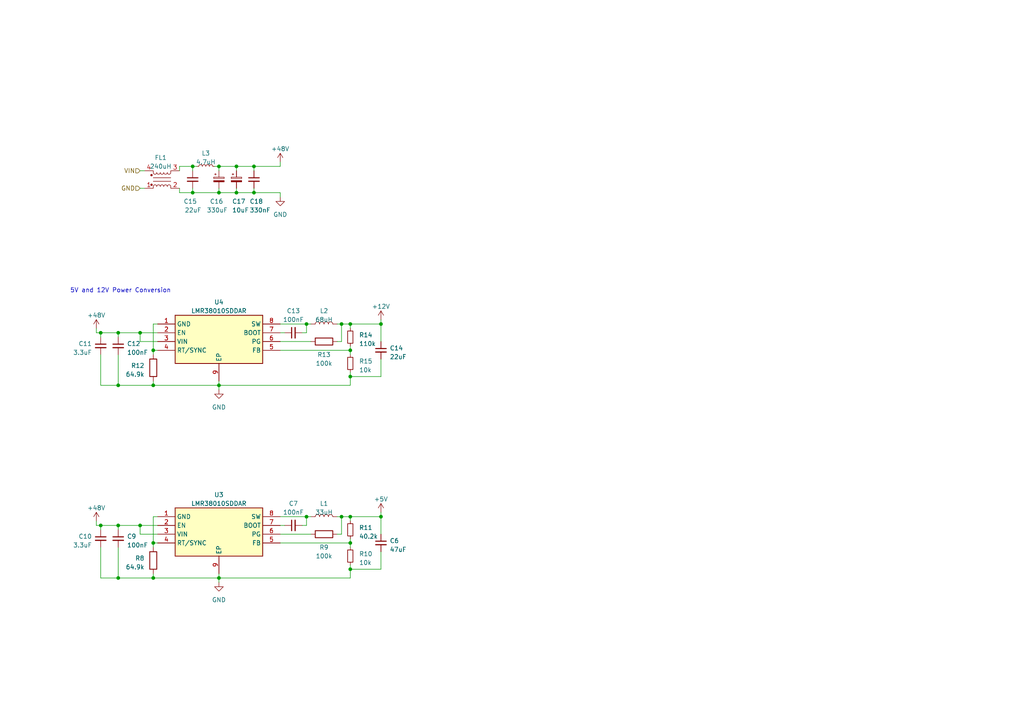
<source format=kicad_sch>
(kicad_sch (version 20230121) (generator eeschema)
  (paper "A4")
  (lib_symbols
    (symbol "Device:C_Polarized_Small" (pin_numbers hide) (pin_names (offset 0.254) hide)
      (property "Reference" "C" (at 0.254 1.778 0))
      (property "Value" "C_Polarized_Small" (at 0.254 -2.032 0))
      (symbol "C_Polarized_Small_0_1"
        (rectangle (start -1.524 -0.3048) (end 1.524 -0.6858) (fill (type outline)))
        (rectangle (start -1.524 0.6858) (end 1.524 0.3048))
        (polyline (pts (xy -1.27 1.524) (xy -0.762 1.524)))
        (polyline (pts (xy -1.016 1.27) (xy -1.016 1.778)))
      )
      (symbol "C_Polarized_Small_1_1"
        (pin passive line (at 0 2.54 270) (length 1.8542) (name "~") (number "1"))
        (pin passive line (at 0 -2.54 90) (length 1.8542) (name "~") (number "2"))
      )
    )
    (symbol "Device:C_Small" (pin_numbers hide) (pin_names (offset 0.254) hide)
      (property "Reference" "C" (at 0.254 1.778 0))
      (property "Value" "C_Small" (at 0.254 -2.032 0))
      (symbol "C_Small_0_1"
        (polyline (pts (xy -1.524 -0.508) (xy 1.524 -0.508)) (stroke (width 0.3302)))
        (polyline (pts (xy -1.524 0.508) (xy 1.524 0.508)) (stroke (width 0.3048)))
      )
      (symbol "C_Small_1_1"
        (pin passive line (at 0 2.54 270) (length 2.032) (name "~") (number "1"))
        (pin passive line (at 0 -2.54 90) (length 2.032) (name "~") (number "2"))
      )
    )
    (symbol "Device:Filter_EMI_CommonMode" (pin_names (offset 0.254) hide)
      (property "Reference" "FL1" (at -0.381 6.35 0))
      (property "Value" "240uH" (at -0.381 3.81 0))
      (symbol "Filter_EMI_CommonMode_0_1"
        (circle (center -3.048 -1.27) (radius 0.254) (fill (type outline)))
        (circle (center -3.048 1.524) (radius 0.254) (fill (type outline)))
        (arc (start -2.54 2.032) (mid -2.032 1.5262) (end -1.524 2.032))
        (arc (start -1.524 -2.032) (mid -2.032 -1.5262) (end -2.54 -2.032))
        (arc (start -1.524 2.032) (mid -1.016 1.5262) (end -0.508 2.032))
        (arc (start -0.508 -2.032) (mid -1.016 -1.5262) (end -1.524 -2.032))
        (arc (start -0.508 2.032) (mid 0 1.5262) (end 0.508 2.032))
        (polyline (pts (xy -2.54 -2.032) (xy -2.54 -2.54)))
        (polyline (pts (xy -2.54 0.508) (xy 2.54 0.508)))
        (polyline (pts (xy -2.54 2.032) (xy -2.54 2.54)))
        (polyline (pts (xy 2.54 -2.032) (xy 2.54 -2.54)))
        (polyline (pts (xy 2.54 -0.508) (xy -2.54 -0.508)))
        (polyline (pts (xy 2.54 2.54) (xy 2.54 2.032)))
        (arc (start 0.508 -2.032) (mid 0 -1.5262) (end -0.508 -2.032))
        (arc (start 0.508 2.032) (mid 1.016 1.5262) (end 1.524 2.032))
        (arc (start 1.524 -2.032) (mid 1.016 -1.5262) (end 0.508 -2.032))
        (arc (start 1.524 2.032) (mid 2.032 1.5262) (end 2.54 2.032))
        (arc (start 2.54 -2.032) (mid 2.032 -1.5262) (end 1.524 -2.032))
      )
      (symbol "Filter_EMI_CommonMode_1_1"
        (pin passive line (at -5.08 2.54 0) (length 2.54) (name "1") (number "1"))
        (pin passive line (at 5.08 2.54 180) (length 2.54) (name "2") (number "2"))
        (pin passive line (at 5.08 -2.54 180) (length 2.54) (name "3") (number "3"))
        (pin passive line (at -5.08 -2.54 0) (length 2.54) (name "4") (number "4"))
      )
    )
    (symbol "Device:L" (pin_numbers hide) (pin_names (offset 1.016) hide)
      (property "Reference" "L" (at -1.27 0 90))
      (property "Value" "L" (at 1.905 0 90))
      (symbol "L_0_1"
        (arc (start 0 -2.54) (mid 0.6323 -1.905) (end 0 -1.27))
        (arc (start 0 -1.27) (mid 0.6323 -0.635) (end 0 0))
        (arc (start 0 0) (mid 0.6323 0.635) (end 0 1.27))
        (arc (start 0 1.27) (mid 0.6323 1.905) (end 0 2.54))
      )
      (symbol "L_1_1"
        (pin passive line (at 0 3.81 270) (length 1.27) (name "1") (number "1"))
        (pin passive line (at 0 -3.81 90) (length 1.27) (name "2") (number "2"))
      )
    )
    (symbol "Device:L_Small" (pin_numbers hide) (pin_names (offset 0.254) hide)
      (property "Reference" "L" (at 0.762 1.016 0))
      (property "Value" "L_Small" (at 0.762 -1.016 0))
      (symbol "L_Small_0_1"
        (arc (start 0 -2.032) (mid 0.5058 -1.524) (end 0 -1.016))
        (arc (start 0 -1.016) (mid 0.5058 -0.508) (end 0 0))
        (arc (start 0 0) (mid 0.5058 0.508) (end 0 1.016))
        (arc (start 0 1.016) (mid 0.5058 1.524) (end 0 2.032))
      )
      (symbol "L_Small_1_1"
        (pin passive line (at 0 2.54 270) (length 0.508) (name "~") (number "1"))
        (pin passive line (at 0 -2.54 90) (length 0.508) (name "~") (number "2"))
      )
    )
    (symbol "Device:R" (pin_numbers hide) (pin_names (offset 0))
      (property "Reference" "R" (at 2.032 0 90))
      (property "Value" "R" (at 0 0 90))
      (symbol "R_0_1"
        (rectangle (start -1.016 -2.54) (end 1.016 2.54) (stroke (width 0.254)))
      )
      (symbol "R_1_1"
        (pin passive line (at 0 3.81 270) (length 1.27) (name "~") (number "1"))
        (pin passive line (at 0 -3.81 90) (length 1.27) (name "~") (number "2"))
      )
    )
    (symbol "Device:R_Small" (pin_numbers hide) (pin_names (offset 0.254) hide)
      (property "Reference" "R" (at 0.762 0.508 0))
      (property "Value" "R_Small" (at 0.762 -1.016 0))
      (symbol "R_Small_0_1"
        (rectangle (start -0.762 1.778) (end 0.762 -1.778) (stroke (width 0.2032)))
      )
      (symbol "R_Small_1_1"
        (pin passive line (at 0 2.54 270) (length 0.762) (name "~") (number "1"))
        (pin passive line (at 0 -2.54 90) (length 0.762) (name "~") (number "2"))
      )
    )
    (symbol "SamacSys_Parts:LMR38010SDDAR"
      (property "Reference" "U" (at 31.75 7.62 0))
      (property "Value" "LMR38010SDDAR" (at 31.75 5.08 0))
      (symbol "LMR38010SDDAR_1_1"
        (rectangle (start 5.08 2.54) (end 30.48 -11.43) (stroke (width 0.254)) (fill (type background)))
        (pin passive line (at 0 0 0) (length 5.08) (name "GND") (number "1"))
        (pin passive line (at 0 -2.54 0) (length 5.08) (name "EN") (number "2"))
        (pin passive line (at 0 -5.08 0) (length 5.08) (name "VIN") (number "3"))
        (pin passive line (at 0 -7.62 0) (length 5.08) (name "RT/SYNC") (number "4"))
        (pin passive line (at 35.56 -7.62 180) (length 5.08) (name "FB") (number "5"))
        (pin passive line (at 35.56 -5.08 180) (length 5.08) (name "PG") (number "6"))
        (pin passive line (at 35.56 -2.54 180) (length 5.08) (name "BOOT") (number "7"))
        (pin passive line (at 35.56 0 180) (length 5.08) (name "SW") (number "8"))
        (pin passive line (at 17.78 -16.51 90) (length 5.08) (name "EP") (number "9"))
      )
    )
    (symbol "power:+12V" (power) (pin_names (offset 0))
      (property "Value" "+12V" (at 0 3.556 0))
      (symbol "+12V_0_1"
        (polyline (pts (xy -0.762 1.27) (xy 0 2.54)))
        (polyline (pts (xy 0 0) (xy 0 2.54)))
        (polyline (pts (xy 0 2.54) (xy 0.762 1.27)))
      )
      (symbol "+12V_1_1"
        (pin power_in line (at 0 0 90) (length 0) hide (name "+12V") (number "1"))
      )
    )
    (symbol "power:+48V" (power) (pin_names (offset 0))
      (property "Value" "+48V" (at 0 3.556 0))
      (symbol "+48V_0_1"
        (polyline (pts (xy -0.762 1.27) (xy 0 2.54)))
        (polyline (pts (xy 0 0) (xy 0 2.54)))
        (polyline (pts (xy 0 2.54) (xy 0.762 1.27)))
      )
      (symbol "+48V_1_1"
        (pin power_in line (at 0 0 90) (length 0) hide (name "+48V") (number "1"))
      )
    )
    (symbol "power:+5V" (power) (pin_names (offset 0))
      (property "Value" "+5V" (at 0 3.556 0))
      (symbol "+5V_0_1"
        (polyline (pts (xy -0.762 1.27) (xy 0 2.54)))
        (polyline (pts (xy 0 0) (xy 0 2.54)))
        (polyline (pts (xy 0 2.54) (xy 0.762 1.27)))
      )
      (symbol "+5V_1_1"
        (pin power_in line (at 0 0 90) (length 0) hide (name "+5V") (number "1"))
      )
    )
    (symbol "power:GND" (power) (pin_names (offset 0))
      (property "Value" "GND" (at 0 -3.81 0))
      (symbol "GND_0_1"
        (polyline (pts (xy 0 0) (xy 0 -1.27) (xy 1.27 -1.27) (xy 0 -2.54) (xy -1.27 -1.27) (xy 0 -1.27)))
      )
      (symbol "GND_1_1"
        (pin power_in line (at 0 0 270) (length 0) hide (name "GND") (number "1"))
      )
    )
  )
  (junction (at 44.45 111.76))
  (junction (at 101.6 109.22))
  (junction (at 99.06 93.98))
  (junction (at 44.45 157.48))
  (junction (at 99.06 149.86))
  (junction (at 88.9 93.98))
  (junction (at 88.9 149.86))
  (junction (at 63.5 111.76))
  (junction (at 34.29 96.52))
  (junction (at 73.66 48.26))
  (junction (at 110.49 149.86))
  (junction (at 110.49 93.98))
  (junction (at 68.58 48.26))
  (junction (at 29.21 152.4))
  (junction (at 40.64 96.52))
  (junction (at 34.29 167.64))
  (junction (at 73.66 55.88))
  (junction (at 101.6 101.6))
  (junction (at 44.45 101.6))
  (junction (at 29.21 96.52))
  (junction (at 40.64 152.4))
  (junction (at 101.6 157.48))
  (junction (at 101.6 93.98))
  (junction (at 55.88 48.26))
  (junction (at 63.5 55.88))
  (junction (at 34.29 152.4))
  (junction (at 44.45 167.64))
  (junction (at 63.5 167.64))
  (junction (at 63.5 48.26))
  (junction (at 34.29 111.76))
  (junction (at 68.58 55.88))
  (junction (at 101.6 165.1))
  (junction (at 55.88 55.88))
  (junction (at 101.6 149.86))
  (wire (pts (xy 63.5 49.53) (xy 63.5 48.26)))
  (wire (pts (xy 34.29 153.67) (xy 34.29 152.4)))
  (wire (pts (xy 63.5 55.88) (xy 68.58 55.88)))
  (wire (pts (xy 110.49 160.02) (xy 110.49 165.1)))
  (wire (pts (xy 101.6 109.22) (xy 101.6 107.95)))
  (wire (pts (xy 81.28 46.99) (xy 81.28 48.26)))
  (wire (pts (xy 68.58 48.26) (xy 73.66 48.26)))
  (wire (pts (xy 99.06 93.98) (xy 97.79 93.98)))
  (wire (pts (xy 99.06 99.06) (xy 99.06 93.98)))
  (wire (pts (xy 81.28 157.48) (xy 101.6 157.48)))
  (wire (pts (xy 40.64 152.4) (xy 45.72 152.4)))
  (wire (pts (xy 44.45 101.6) (xy 44.45 102.87)))
  (wire (pts (xy 52.07 48.26) (xy 55.88 48.26)))
  (wire (pts (xy 27.94 95.25) (xy 27.94 96.52)))
  (wire (pts (xy 101.6 156.21) (xy 101.6 157.48)))
  (wire (pts (xy 63.5 111.76) (xy 44.45 111.76)))
  (wire (pts (xy 101.6 167.64) (xy 101.6 165.1)))
  (wire (pts (xy 55.88 55.88) (xy 63.5 55.88)))
  (wire (pts (xy 110.49 154.94) (xy 110.49 149.86)))
  (wire (pts (xy 73.66 48.26) (xy 73.66 49.53)))
  (wire (pts (xy 34.29 158.75) (xy 34.29 167.64)))
  (wire (pts (xy 101.6 95.25) (xy 101.6 93.98)))
  (wire (pts (xy 101.6 151.13) (xy 101.6 149.86)))
  (wire (pts (xy 55.88 54.61) (xy 55.88 55.88)))
  (wire (pts (xy 44.45 157.48) (xy 44.45 158.75)))
  (wire (pts (xy 40.64 49.53) (xy 41.91 49.53)))
  (wire (pts (xy 90.17 93.98) (xy 88.9 93.98)))
  (wire (pts (xy 81.28 101.6) (xy 101.6 101.6)))
  (wire (pts (xy 40.64 54.61) (xy 41.91 54.61)))
  (wire (pts (xy 101.6 149.86) (xy 99.06 149.86)))
  (wire (pts (xy 34.29 97.79) (xy 34.29 96.52)))
  (wire (pts (xy 45.72 149.86) (xy 44.45 149.86)))
  (wire (pts (xy 68.58 48.26) (xy 68.58 49.53)))
  (wire (pts (xy 52.07 48.26) (xy 52.07 49.53)))
  (wire (pts (xy 40.64 96.52) (xy 40.64 99.06)))
  (wire (pts (xy 29.21 96.52) (xy 34.29 96.52)))
  (wire (pts (xy 27.94 152.4) (xy 29.21 152.4)))
  (wire (pts (xy 81.28 149.86) (xy 88.9 149.86)))
  (wire (pts (xy 81.28 154.94) (xy 90.17 154.94)))
  (wire (pts (xy 110.49 148.59) (xy 110.49 149.86)))
  (wire (pts (xy 29.21 97.79) (xy 29.21 96.52)))
  (wire (pts (xy 45.72 101.6) (xy 44.45 101.6)))
  (wire (pts (xy 101.6 93.98) (xy 110.49 93.98)))
  (wire (pts (xy 44.45 149.86) (xy 44.45 157.48)))
  (wire (pts (xy 55.88 49.53) (xy 55.88 48.26)))
  (wire (pts (xy 101.6 149.86) (xy 110.49 149.86)))
  (wire (pts (xy 101.6 100.33) (xy 101.6 101.6)))
  (wire (pts (xy 110.49 109.22) (xy 101.6 109.22)))
  (wire (pts (xy 34.29 111.76) (xy 44.45 111.76)))
  (wire (pts (xy 29.21 167.64) (xy 34.29 167.64)))
  (wire (pts (xy 45.72 157.48) (xy 44.45 157.48)))
  (wire (pts (xy 63.5 54.61) (xy 63.5 55.88)))
  (wire (pts (xy 73.66 48.26) (xy 81.28 48.26)))
  (wire (pts (xy 110.49 104.14) (xy 110.49 109.22)))
  (wire (pts (xy 81.28 55.88) (xy 81.28 57.15)))
  (wire (pts (xy 101.6 111.76) (xy 101.6 109.22)))
  (wire (pts (xy 101.6 101.6) (xy 101.6 102.87)))
  (wire (pts (xy 73.66 55.88) (xy 73.66 54.61)))
  (wire (pts (xy 52.07 55.88) (xy 52.07 54.61)))
  (wire (pts (xy 45.72 93.98) (xy 44.45 93.98)))
  (wire (pts (xy 63.5 167.64) (xy 101.6 167.64)))
  (wire (pts (xy 81.28 93.98) (xy 88.9 93.98)))
  (wire (pts (xy 101.6 93.98) (xy 99.06 93.98)))
  (wire (pts (xy 40.64 96.52) (xy 45.72 96.52)))
  (wire (pts (xy 29.21 111.76) (xy 34.29 111.76)))
  (wire (pts (xy 97.79 154.94) (xy 99.06 154.94)))
  (wire (pts (xy 90.17 149.86) (xy 88.9 149.86)))
  (wire (pts (xy 62.23 48.26) (xy 63.5 48.26)))
  (wire (pts (xy 63.5 110.49) (xy 63.5 111.76)))
  (wire (pts (xy 34.29 96.52) (xy 40.64 96.52)))
  (wire (pts (xy 29.21 153.67) (xy 29.21 152.4)))
  (wire (pts (xy 88.9 96.52) (xy 88.9 93.98)))
  (wire (pts (xy 27.94 96.52) (xy 29.21 96.52)))
  (wire (pts (xy 87.63 152.4) (xy 88.9 152.4)))
  (wire (pts (xy 81.28 152.4) (xy 82.55 152.4)))
  (wire (pts (xy 110.49 92.71) (xy 110.49 93.98)))
  (wire (pts (xy 110.49 99.06) (xy 110.49 93.98)))
  (wire (pts (xy 97.79 99.06) (xy 99.06 99.06)))
  (wire (pts (xy 29.21 102.87) (xy 29.21 111.76)))
  (wire (pts (xy 44.45 110.49) (xy 44.45 111.76)))
  (wire (pts (xy 34.29 167.64) (xy 44.45 167.64)))
  (wire (pts (xy 63.5 48.26) (xy 68.58 48.26)))
  (wire (pts (xy 63.5 167.64) (xy 44.45 167.64)))
  (wire (pts (xy 40.64 152.4) (xy 40.64 154.94)))
  (wire (pts (xy 68.58 55.88) (xy 73.66 55.88)))
  (wire (pts (xy 87.63 96.52) (xy 88.9 96.52)))
  (wire (pts (xy 40.64 154.94) (xy 45.72 154.94)))
  (wire (pts (xy 81.28 99.06) (xy 90.17 99.06)))
  (wire (pts (xy 63.5 111.76) (xy 101.6 111.76)))
  (wire (pts (xy 29.21 152.4) (xy 34.29 152.4)))
  (wire (pts (xy 99.06 154.94) (xy 99.06 149.86)))
  (wire (pts (xy 88.9 152.4) (xy 88.9 149.86)))
  (wire (pts (xy 40.64 99.06) (xy 45.72 99.06)))
  (wire (pts (xy 27.94 151.13) (xy 27.94 152.4)))
  (wire (pts (xy 44.45 93.98) (xy 44.45 101.6)))
  (wire (pts (xy 81.28 96.52) (xy 82.55 96.52)))
  (wire (pts (xy 29.21 158.75) (xy 29.21 167.64)))
  (wire (pts (xy 44.45 166.37) (xy 44.45 167.64)))
  (wire (pts (xy 99.06 149.86) (xy 97.79 149.86)))
  (wire (pts (xy 52.07 55.88) (xy 55.88 55.88)))
  (wire (pts (xy 63.5 111.76) (xy 63.5 113.03)))
  (wire (pts (xy 63.5 166.37) (xy 63.5 167.64)))
  (wire (pts (xy 34.29 102.87) (xy 34.29 111.76)))
  (wire (pts (xy 34.29 152.4) (xy 40.64 152.4)))
  (wire (pts (xy 73.66 55.88) (xy 81.28 55.88)))
  (wire (pts (xy 63.5 167.64) (xy 63.5 168.91)))
  (wire (pts (xy 101.6 165.1) (xy 101.6 163.83)))
  (wire (pts (xy 110.49 165.1) (xy 101.6 165.1)))
  (wire (pts (xy 68.58 55.88) (xy 68.58 54.61)))
  (wire (pts (xy 55.88 48.26) (xy 57.15 48.26)))
  (wire (pts (xy 101.6 157.48) (xy 101.6 158.75)))
  (text "5V and 12V Power Conversion" (at 20.32 85.09 0) (effects (font (size 1.27 1.27)) (justify left bottom)))
  (hierarchical_label "GND" (shape input) (at 40.64 54.61 180))
  (hierarchical_label "VIN" (shape input) (at 40.64 49.53 180))
  (symbol (lib_id "Device:C_Small") (at 29.21 156.21 0) (unit 1)
    (property "Reference" "C10" (at 26.67 155.5813 0) (effects (justify right)))
    (property "Value" "3.3uF" (at 26.67 158.1213 0) (effects (justify right)))
    (property "Footprint" "SamacSys_Parts:CAPC3216X180N" (effects hide))
    (property "Manufacturer_Part_Number" "C3216X7S2A335K160AB" (effects hide))
  )
  (symbol (lib_id "power:GND") (at 63.5 168.91 0) (unit 1)
    (property "Reference" "#PWR018" (effects hide))
    (property "Value" "GND" (at 63.5 173.99 0))
    (instances (project "simiacore" (path "" (reference "#PWR018") (unit 1)) (path "" (reference "#PWR029") (unit 1))))
  )
  (symbol (lib_id "power:GND") (at 81.28 57.15 0) (unit 1)
    (property "Reference" "#PWR025" (effects hide))
    (property "Value" "GND" (at 81.28 62.23 0))
    (instances (project "simiacore" (path "" (reference "#PWR025") (unit 1)) (path "" (reference "#PWR026") (unit 1))))
  )
  (symbol (lib_id "Device:C_Small") (at 55.88 52.07 0) (unit 1)
    (property "Reference" "C15" (at 57.15 58.42 0) (effects (justify right)))
    (property "Value" "22uF" (at 58.42 60.96 0) (effects (justify right)))
    (property "Footprint" "SamacSys_Parts:CAPC6153X670N" (effects hide))
    (property "Manufacturer_Part_Number" "KRM55WR72A226MH01L" (effects hide))
  )
  (symbol (lib_id "Device:R") (at 93.98 154.94 90) (unit 1)
    (property "Reference" "R9" (at 93.98 158.75 90))
    (property "Value" "100k" (at 93.98 161.29 90))
    (property "Footprint" "SamacSys_Parts:ERJ2RKD1004X" (effects hide))
    (property "Manufacturer_Part_Number" "ERJ-2RKF1003X" (effects hide))
  )
  (symbol (lib_id "Device:C_Polarized_Small") (at 68.58 52.07 0) (unit 1)
    (property "Reference" "C17" (at 67.31 58.42 0) (effects (justify left)))
    (property "Value" "10uF" (at 67.31 60.96 0) (effects (justify left)))
    (property "Footprint" "SamacSys_Parts:CAPPRD250W50D630H1250" (effects hide))
    (property "Manufacturer_Part_Number" "ESY106M100AE3AA" (effects hide))
  )
  (symbol (lib_id "Device:L") (at 93.98 93.98 90) (unit 1)
    (property "Reference" "L2" (at 93.98 90.17 90))
    (property "Value" "68uH" (at 93.98 92.71 90))
    (property "Footprint" "SamacSys_Parts:SRP1265WA4R7M" (effects hide))
  )
  (symbol (lib_id "power:+48V") (at 27.94 151.13 0) (unit 1)
    (property "Reference" "#PWR027" (effects hide))
    (property "Value" "+48V" (at 27.94 147.32 0))
  )
  (symbol (lib_id "Device:R_Small") (at 101.6 105.41 0) (unit 1)
    (property "Reference" "R15" (at 104.14 104.775 0) (effects (justify left)))
    (property "Value" "10k" (at 104.14 107.315 0) (effects (justify left)))
    (property "Footprint" "SamacSys_Parts:RESC1005X35N" (effects hide))
  )
  (symbol (lib_id "SamacSys_Parts:LMR38010SDDAR") (at 45.72 93.98 0) (unit 1)
    (property "Reference" "U4" (at 63.5 87.63 0))
    (property "Value" "LMR38010SDDAR" (at 63.5 90.17 0))
    (property "Footprint" "SOIC127P600X170-9N" (effects hide))
    (property "Datasheet" "https://www.arrow.com/en/products/lmr38010sddar/texas-instruments?region=nac" (effects hide))
    (property "Height" "1.7" (effects hide))
    (property "Mouser Part Number" "595-LMR38010SDDAR" (effects hide))
    (property "Mouser Price/Stock" "https://www.mouser.co.uk/ProductDetail/Texas-Instruments/LMR38010SDDAR?qs=Li%252BoUPsLEnvfwaKSY8H4hQ%3D%3D" (effects hide))
    (property "Manufacturer_Name" "Texas Instruments" (effects hide))
    (property "Manufacturer_Part_Number" "LMR38010SDDAR" (effects hide))
    (instances (project "simiacore" (path "" (reference "U4") (unit 1)) (path "" (reference "U3") (unit 1))))
  )
  (symbol (lib_id "Device:C_Small") (at 34.29 156.21 0) (unit 1)
    (property "Reference" "C9" (at 36.83 155.5813 0) (effects (justify left)))
    (property "Value" "100nF" (at 36.83 158.1213 0) (effects (justify left)))
    (property "Footprint" "SamacSys_Parts:CAPC2012X145N" (effects hide))
    (property "Manufacturer_Part_Number" "C2012X7R2A104K" (effects hide))
    (property "Mouser Part Number" "810-C2012X7R2A104K" (effects hide))
  )
  (symbol (lib_id "Device:C_Small") (at 110.49 157.48 0) (unit 1)
    (property "Reference" "C6" (at 113.03 156.8513 0) (effects (justify left)))
    (property "Value" "47uF" (at 113.03 159.3913 0) (effects (justify left)))
    (property "Footprint" "SamacSys_Parts:CAPC2012X145N" (effects hide))
    (property "Manufacturer_Part_Number" "GRM31CR61C476ME44K" (effects hide))
  )
  (symbol (lib_id "Device:C_Small") (at 85.09 152.4 90) (unit 1)
    (property "Reference" "C7" (at 85.0963 146.05 90))
    (property "Value" "100nF" (at 85.0963 148.59 90))
    (property "Footprint" "SamacSys_Parts:CAPC1005X55N" (effects hide))
    (property "Manufacturer_Part_Number" "GRM155R71C104KA88D" (effects hide))
  )
  (symbol (lib_id "Device:C_Small") (at 73.66 52.07 0) (unit 1)
    (property "Reference" "C18" (at 72.39 58.42 0) (effects (justify left)))
    (property "Value" "330nF" (at 72.39 60.96 0) (effects (justify left)))
    (property "Footprint" "SamacSys_Parts:RDE5C1H103J1K1H03B" (effects hide))
    (property "Manufacturer_Part_Number" "RDER72A334K1K1H03B" (effects hide))
  )
  (symbol (lib_id "Device:C_Small") (at 110.49 101.6 0) (unit 1)
    (property "Reference" "C14" (at 113.03 100.9713 0) (effects (justify left)))
    (property "Value" "22uF" (at 113.03 103.5113 0) (effects (justify left)))
    (property "Footprint" "SamacSys_Parts:CAPC2012X145N" (effects hide))
    (property "Manufacturer_Part_Number" "GRM21BR61E226ME44K" (effects hide))
  )
  (symbol (lib_id "Device:L") (at 93.98 149.86 90) (unit 1)
    (property "Reference" "L1" (at 93.98 146.05 90))
    (property "Value" "33uH" (at 93.98 148.59 90))
    (property "Footprint" "SamacSys_Parts:SRP1265WA4R7M" (effects hide))
  )
  (symbol (lib_id "power:+48V") (at 27.94 95.25 0) (unit 1)
    (property "Reference" "#PWR028" (effects hide))
    (property "Value" "+48V" (at 27.94 91.44 0))
    (instances (project "simiacore" (path "" (reference "#PWR028") (unit 1)) (path "" (reference "#PWR018") (unit 1))))
  )
  (symbol (lib_id "SamacSys_Parts:LMR38010SDDAR") (at 45.72 149.86 0) (unit 1)
    (property "Reference" "U3" (at 63.5 143.51 0))
    (property "Value" "LMR38010SDDAR" (at 63.5 146.05 0))
    (property "Footprint" "SOIC127P600X170-9N" (effects hide))
    (property "Datasheet" "https://www.arrow.com/en/products/lmr38010sddar/texas-instruments?region=nac" (effects hide))
    (property "Height" "1.7" (effects hide))
    (property "Mouser Part Number" "595-LMR38010SDDAR" (effects hide))
    (property "Mouser Price/Stock" "https://www.mouser.co.uk/ProductDetail/Texas-Instruments/LMR38010SDDAR?qs=Li%252BoUPsLEnvfwaKSY8H4hQ%3D%3D" (effects hide))
    (property "Manufacturer_Name" "Texas Instruments" (effects hide))
    (property "Manufacturer_Part_Number" "LMR38010SDDAR" (effects hide))
    (instances (project "simiacore" (path "" (reference "U3") (unit 1)) (path "" (reference "U4") (unit 1))))
  )
  (symbol (lib_id "Device:R") (at 44.45 106.68 0) (unit 1)
    (property "Reference" "R12" (at 41.91 106.045 0) (effects (justify right)))
    (property "Value" "64.9k" (at 41.91 108.585 0) (effects (justify right)))
    (property "Footprint" "SamacSys_Parts:RESC2012X60N" (effects hide))
  )
  (symbol (lib_id "power:+5V") (at 110.49 148.59 0) (unit 1)
    (property "Reference" "#PWR043" (effects hide))
    (property "Value" "+5V" (at 110.49 144.78 0))
  )
  (symbol (lib_id "Device:R_Small") (at 101.6 161.29 0) (unit 1)
    (property "Reference" "R10" (at 104.14 160.655 0) (effects (justify left)))
    (property "Value" "10k" (at 104.14 163.195 0) (effects (justify left)))
    (property "Footprint" "SamacSys_Parts:RESC1005X35N" (effects hide))
  )
  (symbol (lib_id "Device:C_Polarized_Small") (at 63.5 52.07 0) (unit 1)
    (property "Reference" "C16" (at 64.77 58.42 0) (effects (justify right)))
    (property "Value" "330uF" (at 66.04 60.96 0) (effects (justify right)))
    (property "Footprint" "SamacSys_Parts:CAPPRD500W65D1250H2700" (effects hide))
    (property "Manufacturer_Part_Number" "ECA-2AM331" (effects hide))
  )
  (symbol (lib_id "Device:R") (at 93.98 99.06 90) (unit 1)
    (property "Reference" "R13" (at 93.98 102.87 90))
    (property "Value" "100k" (at 93.98 105.41 90))
    (property "Footprint" "SamacSys_Parts:ERJ2RKD1004X" (effects hide))
    (property "Manufacturer_Part_Number" "ERJ-2RKF1003X" (effects hide))
  )
  (symbol (lib_id "power:+48V") (at 81.28 46.99 0) (unit 1)
    (property "Reference" "#PWR026" (effects hide))
    (property "Value" "+48V" (at 81.28 43.18 0))
    (instances (project "simiacore" (path "" (reference "#PWR026") (unit 1)) (path "" (reference "#PWR025") (unit 1))))
  )
  (symbol (lib_id "Device:R_Small") (at 101.6 153.67 0) (unit 1)
    (property "Reference" "R11" (at 104.14 153.035 0) (effects (justify left)))
    (property "Value" "40.2k" (at 104.14 155.575 0) (effects (justify left)))
    (property "Footprint" "SamacSys_Parts:RESC2012X60N" (effects hide))
  )
  (symbol (lib_id "Device:R") (at 44.45 162.56 0) (unit 1)
    (property "Reference" "R8" (at 41.91 161.925 0) (effects (justify right)))
    (property "Value" "64.9k" (at 41.91 164.465 0) (effects (justify right)))
    (property "Footprint" "SamacSys_Parts:RESC2012X60N" (effects hide))
  )
  (symbol (lib_id "power:GND") (at 63.5 113.03 0) (unit 1)
    (property "Reference" "#PWR029" (effects hide))
    (property "Value" "GND" (at 63.5 118.11 0))
    (instances (project "simiacore" (path "" (reference "#PWR029") (unit 1)) (path "" (reference "#PWR028") (unit 1))))
  )
  (symbol (lib_id "Device:Filter_EMI_CommonMode") (at 46.99 52.07 0) (mirror x) (unit 1)
    (property "Reference" "FL1" (at 46.609 45.72 0))
    (property "Value" "240uH" (at 46.609 48.26 0))
    (property "Footprint" "SamacSys_Parts:PA5141305NLT" (effects hide))
  )
  (symbol (lib_id "power:+12V") (at 110.49 92.71 0) (unit 1)
    (property "Reference" "#PWR042" (effects hide))
    (property "Value" "+12V" (at 110.49 88.9 0))
  )
  (symbol (lib_id "Device:L_Small") (at 59.69 48.26 90) (unit 1)
    (property "Reference" "L3" (at 59.69 44.45 90))
    (property "Value" "4.7uH" (at 59.69 46.99 90))
    (property "Footprint" "SRP1265WA4R7M" (effects hide))
    (property "Height" "6.5" (effects hide))
    (property "Mouser Part Number" "652-SRP1265WA-4R7M" (effects hide))
    (property "Mouser Price/Stock" "https://www.mouser.co.uk/ProductDetail/Bourns/SRP1265WA-4R7M?qs=Li%252BoUPsLEntdGxzeg%2Fo2Lg%3D%3D" (effects hide))
    (property "Manufacturer_Name" "Bourns" (effects hide))
    (property "Manufacturer_Part_Number" "SRP1265WA-4R7M" (effects hide))
  )
  (symbol (lib_id "Device:C_Small") (at 29.21 100.33 0) (unit 1)
    (property "Reference" "C11" (at 26.67 99.7013 0) (effects (justify right)))
    (property "Value" "3.3uF" (at 26.67 102.2413 0) (effects (justify right)))
    (property "Footprint" "SamacSys_Parts:CAPC3216X180N" (effects hide))
    (property "Manufacturer_Part_Number" "C3216X7S2A335K160AB" (effects hide))
  )
  (symbol (lib_id "Device:C_Small") (at 85.09 96.52 90) (unit 1)
    (property "Reference" "C13" (at 85.0963 90.17 90))
    (property "Value" "100nF" (at 85.0963 92.71 90))
    (property "Footprint" "SamacSys_Parts:CAPC1005X55N" (effects hide))
    (property "Manufacturer_Part_Number" "GRM155R71C104KA88D" (effects hide))
  )
  (symbol (lib_id "Device:C_Small") (at 34.29 100.33 0) (unit 1)
    (property "Reference" "C12" (at 36.83 99.7013 0) (effects (justify left)))
    (property "Value" "100nF" (at 36.83 102.2413 0) (effects (justify left)))
    (property "Footprint" "SamacSys_Parts:CAPC2012X145N" (effects hide))
    (property "Manufacturer_Part_Number" "C2012X7R2A104K" (effects hide))
    (property "Mouser Part Number" "810-C2012X7R2A104K" (effects hide))
  )
  (symbol (lib_id "Device:R_Small") (at 101.6 97.79 0) (unit 1)
    (property "Reference" "R14" (at 104.14 97.155 0) (effects (justify left)))
    (property "Value" "110k" (at 104.14 99.695 0) (effects (justify left)))
    (property "Footprint" "SamacSys_Parts:RESC2012X60N" (effects hide))
    (property "Manufacturer_Part_Number" "CR0805-FX-1103ELF" (effects hide))
  )
)
</source>
